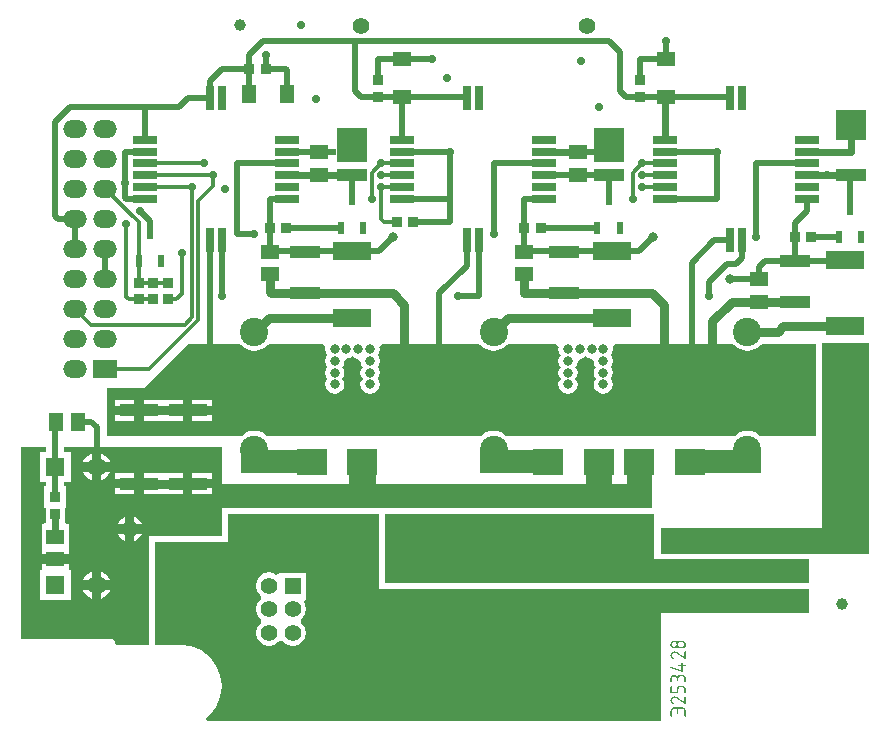
<source format=gtl>
G04 Layer_Physical_Order=1*
G04 Layer_Color=255*
%FSLAX44Y44*%
%MOMM*%
G71*
G01*
G75*
%ADD10R,1.5000X1.3000*%
%ADD11R,0.8500X0.8500*%
%ADD12R,0.6500X2.0000*%
%ADD13R,2.0000X0.6500*%
%ADD14C,1.0000*%
%ADD15R,2.5000X2.3000*%
%ADD16R,0.6000X1.0000*%
%ADD17R,0.8500X0.8500*%
%ADD18R,3.3000X1.0000*%
%ADD19R,1.6000X1.2000*%
%ADD20R,2.6000X1.1000*%
%ADD21R,1.2000X1.6000*%
%ADD22R,3.2000X1.6000*%
%ADD23R,1.3000X1.5000*%
%ADD24C,0.6000*%
%ADD25C,0.5000*%
%ADD26C,0.8000*%
%ADD27C,0.3000*%
%ADD28R,2.6000X2.6000*%
%ADD29R,2.6000X3.0000*%
%ADD30R,1.8000X0.6000*%
%ADD31R,1.5843X0.6000*%
%ADD32C,1.4000*%
%ADD33R,2.0000X1.5000*%
%ADD34O,2.0000X1.5000*%
%ADD35C,2.4000*%
%ADD36C,2.0000*%
%ADD37R,2.0000X2.0000*%
%ADD38C,1.6000*%
%ADD39R,1.6000X1.6000*%
%ADD40R,1.4000X1.4000*%
%ADD41C,0.7000*%
%ADD42C,0.8000*%
G36*
X183019Y215500D02*
X111000D01*
X111000Y224000D01*
X111000Y235000D01*
X135000Y235000D01*
X183019D01*
Y215500D01*
D02*
G37*
G36*
X382232D02*
X313500D01*
X313500Y224000D01*
X313500Y235000D01*
X337500Y235000D01*
X382232D01*
Y215500D01*
D02*
G37*
G36*
X551500Y235000D02*
X551500Y224000D01*
X551500Y215500D01*
X479481D01*
Y235000D01*
X527500D01*
X551500Y235000D01*
D02*
G37*
G36*
X94798Y206500D02*
X203000Y206500D01*
Y214000D01*
X225102D01*
Y206500D01*
X403000D01*
Y214000D01*
X425000D01*
Y206500D01*
X438000D01*
Y215000D01*
X459000D01*
Y206500D01*
X459000Y186000D01*
X94798Y186000D01*
Y162000D01*
X33000Y162000D01*
X33000Y70000D01*
X5098D01*
X4710Y71951D01*
X3605Y73605D01*
X1951Y74710D01*
X0Y75098D01*
X-74902D01*
Y237000D01*
X-53648D01*
Y233524D01*
X-59001D01*
Y207524D01*
X-53647D01*
Y204250D01*
X-55250D01*
Y185750D01*
X-54250D01*
Y172750D01*
X-56939Y172000D01*
X-57500D01*
Y151000D01*
Y146500D01*
X-46000D01*
X-34500D01*
Y151000D01*
Y172000D01*
X-35061D01*
X-37750Y172750D01*
Y185750D01*
X-36750D01*
Y204250D01*
X-38353D01*
Y207524D01*
X-33001D01*
Y233524D01*
X-38354D01*
Y237000D01*
X94798D01*
Y206500D01*
D02*
G37*
G36*
X461000Y142467D02*
X592000D01*
Y122000D01*
X233000D01*
Y181000D01*
X461000D01*
Y142467D01*
D02*
G37*
G36*
X227980Y117000D02*
X413000Y117000D01*
X592000Y117000D01*
X592000Y97000D01*
X467000D01*
Y5098D01*
X82370D01*
X81405Y7939D01*
X84606Y10394D01*
X90136Y17601D01*
X93612Y25994D01*
X94798Y35000D01*
X93612Y44006D01*
X90136Y52399D01*
X84606Y59606D01*
X77399Y65136D01*
X69006Y68612D01*
X60000Y69798D01*
Y69588D01*
X38000D01*
Y97000D01*
Y157000D01*
X100000D01*
Y181000D01*
X227980D01*
Y117000D01*
D02*
G37*
G36*
X484883Y73536D02*
X485151Y73512D01*
X485469Y73438D01*
X485835Y73316D01*
X486225Y73145D01*
X486616Y72901D01*
X486982Y72584D01*
X487031Y72535D01*
X487128Y72413D01*
X487275Y72218D01*
X487446Y71949D01*
X487641Y71608D01*
X487788Y71217D01*
X487885Y70753D01*
X487934Y70265D01*
Y70241D01*
Y70216D01*
Y70143D01*
X487910Y70045D01*
X487885Y69777D01*
X487812Y69460D01*
X487690Y69093D01*
X487543Y68703D01*
X487299Y68312D01*
X486982Y67946D01*
X486933Y67897D01*
X486811Y67800D01*
X486616Y67653D01*
X486323Y67483D01*
X486006Y67287D01*
X485591Y67141D01*
X485151Y67043D01*
X484663Y66994D01*
X483199D01*
X483077Y67019D01*
X482930Y67043D01*
X482784Y67067D01*
X482393Y67165D01*
X481978Y67312D01*
X481539Y67556D01*
X481319Y67702D01*
X481099Y67873D01*
X480904Y68093D01*
X480709Y68312D01*
X480684Y68288D01*
X480660Y68264D01*
X480538Y68117D01*
X480294Y67897D01*
X480001Y67653D01*
X479635Y67409D01*
X479171Y67190D01*
X478658Y67043D01*
X478366Y67019D01*
X478073Y66994D01*
X477951D01*
X477853Y67019D01*
X477584Y67043D01*
X477267Y67116D01*
X476901Y67238D01*
X476510Y67385D01*
X476120Y67629D01*
X475754Y67946D01*
X475705Y67995D01*
X475607Y68117D01*
X475436Y68312D01*
X475266Y68605D01*
X475095Y68923D01*
X474924Y69338D01*
X474826Y69777D01*
X474777Y70265D01*
Y70290D01*
Y70338D01*
Y70387D01*
X474802Y70485D01*
X474826Y70753D01*
X474899Y71071D01*
X475021Y71437D01*
X475192Y71827D01*
X475436Y72218D01*
X475754Y72584D01*
X475802Y72633D01*
X475925Y72730D01*
X476120Y72901D01*
X476388Y73072D01*
X476730Y73243D01*
X477121Y73414D01*
X477584Y73512D01*
X478073Y73560D01*
X478219D01*
X478341Y73536D01*
X478488Y73512D01*
X478634Y73487D01*
X479025Y73390D01*
X479440Y73243D01*
X479879Y72999D01*
X480099Y72853D01*
X480318Y72682D01*
X480513Y72486D01*
X480709Y72242D01*
X480733Y72291D01*
X480831Y72389D01*
X480977Y72560D01*
X481197Y72730D01*
X481441Y72950D01*
X481758Y73145D01*
X482100Y73316D01*
X482466Y73438D01*
X482491D01*
X482564Y73463D01*
X482735Y73487D01*
X482930Y73512D01*
X483247D01*
X483614Y73536D01*
X483833Y73560D01*
X484785D01*
X484883Y73536D01*
D02*
G37*
G36*
X643000Y147000D02*
X467000Y147000D01*
X467000Y169000D01*
X603000Y169000D01*
Y325596D01*
X643000D01*
X643000Y147000D01*
D02*
G37*
G36*
X484883Y35408D02*
X485151Y35384D01*
X485469Y35311D01*
X485835Y35189D01*
X486225Y35018D01*
X486616Y34774D01*
X486982Y34457D01*
X487031Y34408D01*
X487128Y34286D01*
X487275Y34066D01*
X487446Y33798D01*
X487641Y33456D01*
X487788Y33065D01*
X487885Y32626D01*
X487934Y32138D01*
Y29501D01*
Y29477D01*
Y29404D01*
X487910Y29306D01*
X487861Y29184D01*
X487763Y29062D01*
X487665Y28964D01*
X487495Y28891D01*
X487275Y28867D01*
X487177D01*
X487055Y28891D01*
X486933Y28940D01*
X486836Y29013D01*
X486713Y29135D01*
X486640Y29282D01*
X486616Y29501D01*
Y32138D01*
Y32187D01*
Y32284D01*
X486591Y32431D01*
X486543Y32626D01*
X486469Y32845D01*
X486372Y33065D01*
X486250Y33309D01*
X486054Y33529D01*
X486030Y33553D01*
X485957Y33627D01*
X485835Y33724D01*
X485664Y33822D01*
X485469Y33919D01*
X485225Y34017D01*
X484956Y34090D01*
X484663Y34115D01*
X483199D01*
X483052Y34090D01*
X482857Y34042D01*
X482662Y33968D01*
X482417Y33871D01*
X482173Y33724D01*
X481954Y33529D01*
X481929Y33505D01*
X481856Y33431D01*
X481758Y33309D01*
X481661Y33138D01*
X481563Y32943D01*
X481465Y32699D01*
X481392Y32431D01*
X481368Y32138D01*
Y29501D01*
Y29477D01*
Y29404D01*
X481343Y29306D01*
X481295Y29184D01*
X481197Y29062D01*
X481099Y28964D01*
X480928Y28891D01*
X480709Y28867D01*
X475339D01*
X475217Y28891D01*
X475095Y28940D01*
X474997Y29013D01*
X474875Y29135D01*
X474802Y29282D01*
X474777Y29501D01*
Y34115D01*
Y34139D01*
Y34213D01*
X474802Y34310D01*
X474851Y34432D01*
X474948Y34554D01*
X475046Y34652D01*
X475217Y34725D01*
X475436Y34750D01*
X475534D01*
X475656Y34725D01*
X475754Y34676D01*
X475876Y34603D01*
X475998Y34481D01*
X476071Y34334D01*
X476095Y34115D01*
Y30185D01*
X480050D01*
Y32138D01*
Y32162D01*
Y32211D01*
Y32260D01*
X480074Y32357D01*
X480099Y32626D01*
X480172Y32943D01*
X480294Y33309D01*
X480465Y33700D01*
X480709Y34090D01*
X481026Y34457D01*
X481075Y34505D01*
X481197Y34603D01*
X481417Y34774D01*
X481685Y34945D01*
X482027Y35116D01*
X482417Y35287D01*
X482857Y35384D01*
X483345Y35433D01*
X484785D01*
X484883Y35408D01*
D02*
G37*
G36*
X487495Y26206D02*
X487592Y26157D01*
X487714Y26060D01*
X487836Y25962D01*
X487910Y25791D01*
X487934Y25571D01*
Y20299D01*
Y20275D01*
Y20201D01*
X487910Y20079D01*
X487861Y19982D01*
X487788Y19860D01*
X487665Y19738D01*
X487519Y19664D01*
X487299Y19640D01*
X487251D01*
X487177Y19664D01*
X487031Y19689D01*
X486909Y19762D01*
X479171Y24571D01*
X479147Y24595D01*
X479073Y24620D01*
X478976Y24668D01*
X478829Y24742D01*
X478658Y24815D01*
X478488Y24864D01*
X478292Y24888D01*
X478073Y24913D01*
X477926D01*
X477780Y24888D01*
X477584Y24839D01*
X477389Y24766D01*
X477145Y24668D01*
X476901Y24522D01*
X476681Y24327D01*
X476657Y24302D01*
X476584Y24229D01*
X476486Y24107D01*
X476388Y23936D01*
X476291Y23741D01*
X476193Y23497D01*
X476120Y23228D01*
X476095Y22935D01*
Y22887D01*
X476120Y22740D01*
X476193Y22520D01*
X476291Y22252D01*
X476510Y21934D01*
X476632Y21764D01*
X476803Y21593D01*
X476974Y21422D01*
X477218Y21251D01*
X477462Y21056D01*
X477755Y20885D01*
X477780D01*
X477804Y20861D01*
X477902Y20738D01*
X478024Y20568D01*
X478048Y20446D01*
X478073Y20299D01*
Y20275D01*
Y20201D01*
X478048Y20079D01*
X477999Y19982D01*
X477902Y19860D01*
X477804Y19738D01*
X477633Y19664D01*
X477413Y19640D01*
X477316D01*
X477243Y19664D01*
X477145Y19713D01*
X477121Y19738D01*
X477047Y19762D01*
X476925Y19835D01*
X476779Y19933D01*
X476584Y20055D01*
X476388Y20201D01*
X476193Y20372D01*
X475949Y20568D01*
X475534Y21031D01*
X475314Y21300D01*
X475144Y21593D01*
X474997Y21886D01*
X474875Y22227D01*
X474802Y22569D01*
X474777Y22935D01*
Y22960D01*
Y23008D01*
Y23057D01*
X474802Y23155D01*
X474826Y23424D01*
X474899Y23741D01*
X475021Y24107D01*
X475192Y24497D01*
X475436Y24888D01*
X475754Y25254D01*
X475802Y25303D01*
X475925Y25401D01*
X476120Y25571D01*
X476388Y25742D01*
X476730Y25913D01*
X477121Y26084D01*
X477584Y26182D01*
X478073Y26231D01*
X478243D01*
X478414Y26206D01*
X478658Y26157D01*
X478951Y26084D01*
X479269Y25962D01*
X479610Y25816D01*
X479977Y25620D01*
X486616Y21495D01*
Y25571D01*
Y25596D01*
Y25669D01*
X486640Y25791D01*
X486689Y25913D01*
X486787Y26011D01*
X486884Y26133D01*
X487055Y26206D01*
X487275Y26231D01*
X487373D01*
X487495Y26206D01*
D02*
G37*
G36*
X484883Y17004D02*
X485151Y16979D01*
X485469Y16906D01*
X485835Y16784D01*
X486225Y16613D01*
X486616Y16369D01*
X486982Y16052D01*
X487031Y16003D01*
X487128Y15881D01*
X487275Y15686D01*
X487446Y15417D01*
X487641Y15076D01*
X487788Y14685D01*
X487885Y14221D01*
X487934Y13733D01*
Y9779D01*
Y9754D01*
Y9681D01*
X487910Y9559D01*
X487861Y9461D01*
X487763Y9339D01*
X487665Y9217D01*
X487495Y9144D01*
X487275Y9120D01*
X487177D01*
X487055Y9144D01*
X486933Y9193D01*
X486836Y9291D01*
X486713Y9388D01*
X486640Y9559D01*
X486616Y9779D01*
Y13733D01*
Y13782D01*
Y13879D01*
X486591Y14026D01*
X486543Y14221D01*
X486469Y14441D01*
X486372Y14661D01*
X486250Y14905D01*
X486054Y15124D01*
X486030Y15149D01*
X485957Y15222D01*
X485835Y15320D01*
X485664Y15417D01*
X485469Y15515D01*
X485225Y15612D01*
X484956Y15686D01*
X484663Y15710D01*
X481368D01*
Y12415D01*
Y12391D01*
Y12317D01*
X481343Y12195D01*
X481295Y12098D01*
X481197Y11976D01*
X481099Y11853D01*
X480928Y11780D01*
X480709Y11756D01*
X480611D01*
X480489Y11780D01*
X480367Y11829D01*
X480269Y11927D01*
X480147Y12024D01*
X480074Y12195D01*
X480050Y12415D01*
Y15710D01*
X477926D01*
X477780Y15686D01*
X477584Y15637D01*
X477389Y15564D01*
X477145Y15466D01*
X476901Y15320D01*
X476681Y15124D01*
X476657Y15100D01*
X476584Y15027D01*
X476486Y14905D01*
X476388Y14734D01*
X476291Y14539D01*
X476193Y14294D01*
X476120Y14026D01*
X476095Y13733D01*
Y9779D01*
Y9754D01*
Y9681D01*
X476071Y9559D01*
X476022Y9461D01*
X475925Y9339D01*
X475827Y9217D01*
X475656Y9144D01*
X475436Y9120D01*
X475339D01*
X475217Y9144D01*
X475095Y9193D01*
X474997Y9291D01*
X474875Y9388D01*
X474802Y9559D01*
X474777Y9779D01*
Y13733D01*
Y13757D01*
Y13806D01*
Y13855D01*
X474802Y13953D01*
X474826Y14221D01*
X474899Y14539D01*
X474997Y14905D01*
X475168Y15295D01*
X475412Y15686D01*
X475729Y16052D01*
X475778Y16101D01*
X475900Y16198D01*
X476095Y16369D01*
X476388Y16540D01*
X476730Y16711D01*
X477121Y16882D01*
X477560Y16979D01*
X478073Y17028D01*
X484785D01*
X484883Y17004D01*
D02*
G37*
G36*
Y44611D02*
X485151Y44586D01*
X485469Y44513D01*
X485835Y44391D01*
X486225Y44220D01*
X486616Y43976D01*
X486982Y43659D01*
X487031Y43610D01*
X487128Y43488D01*
X487275Y43268D01*
X487446Y43000D01*
X487641Y42658D01*
X487788Y42268D01*
X487885Y41828D01*
X487934Y41340D01*
Y38704D01*
Y38679D01*
Y38606D01*
X487910Y38484D01*
X487861Y38386D01*
X487763Y38264D01*
X487665Y38142D01*
X487495Y38069D01*
X487275Y38045D01*
X487177D01*
X487055Y38069D01*
X486933Y38118D01*
X486836Y38216D01*
X486713Y38313D01*
X486640Y38484D01*
X486616Y38704D01*
Y41340D01*
Y41389D01*
Y41487D01*
X486591Y41633D01*
X486543Y41828D01*
X486469Y42048D01*
X486372Y42268D01*
X486250Y42512D01*
X486054Y42731D01*
X486030Y42756D01*
X485957Y42829D01*
X485835Y42927D01*
X485664Y43024D01*
X485469Y43122D01*
X485225Y43219D01*
X484956Y43293D01*
X484663Y43317D01*
X483199D01*
X483052Y43293D01*
X482857Y43244D01*
X482662Y43171D01*
X482417Y43073D01*
X482173Y42927D01*
X481954Y42731D01*
X481929Y42707D01*
X481856Y42634D01*
X481758Y42512D01*
X481661Y42341D01*
X481563Y42146D01*
X481465Y41901D01*
X481392Y41633D01*
X481368Y41340D01*
Y40022D01*
Y39997D01*
Y39924D01*
X481343Y39802D01*
X481295Y39705D01*
X481197Y39583D01*
X481099Y39460D01*
X480928Y39387D01*
X480709Y39363D01*
X480611D01*
X480489Y39387D01*
X480367Y39436D01*
X480269Y39534D01*
X480147Y39631D01*
X480074Y39802D01*
X480050Y40022D01*
Y41340D01*
Y41389D01*
Y41487D01*
X480025Y41633D01*
X479977Y41828D01*
X479903Y42048D01*
X479806Y42268D01*
X479684Y42512D01*
X479488Y42731D01*
X479464Y42756D01*
X479391Y42829D01*
X479269Y42927D01*
X479098Y43024D01*
X478878Y43122D01*
X478634Y43219D01*
X478366Y43293D01*
X478073Y43317D01*
X477926D01*
X477780Y43293D01*
X477584Y43244D01*
X477389Y43171D01*
X477145Y43073D01*
X476901Y42927D01*
X476681Y42731D01*
X476657Y42707D01*
X476584Y42634D01*
X476486Y42512D01*
X476388Y42341D01*
X476291Y42146D01*
X476193Y41901D01*
X476120Y41633D01*
X476095Y41340D01*
Y38704D01*
Y38679D01*
Y38606D01*
X476071Y38484D01*
X476022Y38386D01*
X475925Y38264D01*
X475827Y38142D01*
X475656Y38069D01*
X475436Y38045D01*
X475339D01*
X475217Y38069D01*
X475095Y38118D01*
X474997Y38216D01*
X474875Y38313D01*
X474802Y38484D01*
X474777Y38704D01*
Y41340D01*
Y41364D01*
Y41413D01*
Y41462D01*
X474802Y41560D01*
X474826Y41828D01*
X474899Y42146D01*
X475021Y42512D01*
X475192Y42902D01*
X475436Y43293D01*
X475754Y43659D01*
X475802Y43708D01*
X475925Y43805D01*
X476144Y43976D01*
X476413Y44147D01*
X476754Y44318D01*
X477145Y44489D01*
X477584Y44586D01*
X478073Y44635D01*
X478243D01*
X478341Y44611D01*
X478488Y44586D01*
X478658Y44562D01*
X479025Y44464D01*
X479440Y44318D01*
X479879Y44074D01*
X480099Y43927D01*
X480318Y43756D01*
X480513Y43561D01*
X480709Y43317D01*
Y43342D01*
X480758Y43366D01*
X480880Y43512D01*
X481099Y43732D01*
X481417Y43976D01*
X481783Y44220D01*
X482247Y44440D01*
X482759Y44586D01*
X483052Y44611D01*
X483345Y44635D01*
X484785D01*
X484883Y44611D01*
D02*
G37*
G36*
X487495Y64334D02*
X487592Y64285D01*
X487714Y64187D01*
X487836Y64090D01*
X487910Y63919D01*
X487934Y63699D01*
Y58427D01*
Y58402D01*
Y58329D01*
X487910Y58207D01*
X487861Y58109D01*
X487788Y57987D01*
X487665Y57865D01*
X487519Y57792D01*
X487299Y57768D01*
X487251D01*
X487177Y57792D01*
X487031Y57816D01*
X486909Y57890D01*
X479171Y62698D01*
X479147Y62723D01*
X479073Y62747D01*
X478976Y62796D01*
X478829Y62869D01*
X478658Y62942D01*
X478488Y62991D01*
X478292Y63015D01*
X478073Y63040D01*
X477926D01*
X477780Y63015D01*
X477584Y62967D01*
X477389Y62894D01*
X477145Y62796D01*
X476901Y62649D01*
X476681Y62454D01*
X476657Y62430D01*
X476584Y62357D01*
X476486Y62234D01*
X476388Y62064D01*
X476291Y61868D01*
X476193Y61624D01*
X476120Y61356D01*
X476095Y61063D01*
Y61014D01*
X476120Y60868D01*
X476193Y60648D01*
X476291Y60379D01*
X476510Y60062D01*
X476632Y59891D01*
X476803Y59720D01*
X476974Y59549D01*
X477218Y59378D01*
X477462Y59183D01*
X477755Y59012D01*
X477780D01*
X477804Y58988D01*
X477902Y58866D01*
X478024Y58695D01*
X478048Y58573D01*
X478073Y58427D01*
Y58402D01*
Y58329D01*
X478048Y58207D01*
X477999Y58109D01*
X477902Y57987D01*
X477804Y57865D01*
X477633Y57792D01*
X477413Y57768D01*
X477316D01*
X477243Y57792D01*
X477145Y57841D01*
X477121Y57865D01*
X477047Y57890D01*
X476925Y57963D01*
X476779Y58060D01*
X476584Y58183D01*
X476388Y58329D01*
X476193Y58500D01*
X475949Y58695D01*
X475534Y59159D01*
X475314Y59427D01*
X475144Y59720D01*
X474997Y60013D01*
X474875Y60355D01*
X474802Y60697D01*
X474777Y61063D01*
Y61087D01*
Y61136D01*
Y61185D01*
X474802Y61283D01*
X474826Y61551D01*
X474899Y61868D01*
X475021Y62234D01*
X475192Y62625D01*
X475436Y63015D01*
X475754Y63382D01*
X475802Y63431D01*
X475925Y63528D01*
X476120Y63699D01*
X476388Y63870D01*
X476730Y64041D01*
X477121Y64212D01*
X477584Y64309D01*
X478073Y64358D01*
X478243D01*
X478414Y64334D01*
X478658Y64285D01*
X478951Y64212D01*
X479269Y64090D01*
X479610Y63943D01*
X479977Y63748D01*
X486616Y59623D01*
Y63699D01*
Y63723D01*
Y63797D01*
X486640Y63919D01*
X486689Y64041D01*
X486787Y64138D01*
X486884Y64260D01*
X487055Y64334D01*
X487275Y64358D01*
X487373D01*
X487495Y64334D01*
D02*
G37*
G36*
X110006Y325000D02*
X111089Y323589D01*
X114431Y321024D01*
X118323Y319412D01*
X122500Y318862D01*
X126677Y319412D01*
X130569Y321024D01*
X133911Y323589D01*
X134994Y325000D01*
X180629D01*
X182665Y322000D01*
X182343Y320385D01*
X182964Y317263D01*
X184219Y315385D01*
X182964Y313506D01*
X182343Y310385D01*
X182964Y307263D01*
X184219Y305385D01*
X182964Y303506D01*
X182343Y300385D01*
X182964Y297263D01*
X184219Y295385D01*
X182964Y293506D01*
X182343Y290385D01*
X182964Y287263D01*
X184732Y284617D01*
X187379Y282849D01*
X190500Y282228D01*
X193621Y282849D01*
X196268Y284617D01*
X198036Y287263D01*
X198657Y290385D01*
X198036Y293506D01*
X196781Y295385D01*
X198036Y297263D01*
X198657Y300385D01*
X198036Y303506D01*
X196781Y305385D01*
X198036Y307263D01*
X198657Y310385D01*
X201317Y312390D01*
X203621Y312849D01*
X205500Y314104D01*
X207379Y312849D01*
X210500Y312228D01*
X212506Y309568D01*
X212964Y307263D01*
X214219Y305385D01*
X212964Y303506D01*
X212343Y300385D01*
X212964Y297263D01*
X214219Y295385D01*
X212964Y293506D01*
X212343Y290385D01*
X212964Y287263D01*
X214732Y284617D01*
X217379Y282849D01*
X220500Y282228D01*
X223621Y282849D01*
X226268Y284617D01*
X228036Y287263D01*
X228657Y290385D01*
X228036Y293506D01*
X226780Y295385D01*
X228036Y297263D01*
X228657Y300385D01*
X228036Y303506D01*
X226780Y305385D01*
X228036Y307263D01*
X228657Y310385D01*
X228036Y313506D01*
X226780Y315385D01*
X228036Y317263D01*
X228657Y320385D01*
X228335Y322000D01*
X230371Y325000D01*
X312506Y325000D01*
X313589Y323589D01*
X316931Y321024D01*
X320823Y319412D01*
X325000Y318862D01*
X329177Y319412D01*
X333069Y321024D01*
X336411Y323589D01*
X337494Y325000D01*
X378129D01*
X380165Y322000D01*
X379843Y320385D01*
X380464Y317263D01*
X381719Y315385D01*
X380464Y313506D01*
X379843Y310385D01*
X380464Y307263D01*
X381719Y305385D01*
X380464Y303506D01*
X379843Y300385D01*
X380464Y297263D01*
X381719Y295385D01*
X380464Y293506D01*
X379843Y290385D01*
X380464Y287263D01*
X382232Y284617D01*
X384879Y282849D01*
X388000Y282228D01*
X391121Y282849D01*
X393768Y284617D01*
X395536Y287263D01*
X396157Y290385D01*
X395536Y293506D01*
X394281Y295385D01*
X395536Y297263D01*
X396157Y300385D01*
X395536Y303506D01*
X394281Y305385D01*
X395536Y307263D01*
X396157Y310385D01*
X398000Y312228D01*
X401121Y312849D01*
X403000Y314104D01*
X404879Y312849D01*
X408000Y312228D01*
X410006Y309568D01*
X410464Y307263D01*
X411719Y305385D01*
X410464Y303506D01*
X409843Y300385D01*
X410464Y297263D01*
X411719Y295385D01*
X410464Y293506D01*
X409843Y290385D01*
X410464Y287263D01*
X412232Y284617D01*
X414879Y282849D01*
X418000Y282228D01*
X421121Y282849D01*
X423768Y284617D01*
X425536Y287263D01*
X426157Y290385D01*
X425536Y293506D01*
X424281Y295385D01*
X425536Y297263D01*
X426157Y300385D01*
X425536Y303506D01*
X424281Y305385D01*
X425536Y307263D01*
X426157Y310385D01*
X425536Y313506D01*
X424281Y315385D01*
X425536Y317263D01*
X426157Y320385D01*
X425835Y322000D01*
X427871Y325000D01*
X527506D01*
X528589Y323589D01*
X531931Y321024D01*
X535823Y319412D01*
X540000Y318862D01*
X544177Y319412D01*
X548069Y321024D01*
X551411Y323589D01*
X552494Y325000D01*
X598000D01*
X598000Y247000D01*
X550644D01*
X548069Y248976D01*
X544177Y250588D01*
X540000Y251138D01*
X535823Y250588D01*
X531931Y248976D01*
X529356Y247000D01*
X335644Y247000D01*
X333069Y248976D01*
X329177Y250588D01*
X325000Y251138D01*
X320823Y250588D01*
X316931Y248976D01*
X314356Y247000D01*
X133144Y247000D01*
X130569Y248976D01*
X126677Y250588D01*
X122500Y251138D01*
X118323Y250588D01*
X114431Y248976D01*
X111856Y247000D01*
X-2000Y247000D01*
Y287263D01*
X29263Y287263D01*
X67000Y325000D01*
X110006D01*
D02*
G37*
G36*
X484858Y55107D02*
X484956Y55058D01*
X485078Y54960D01*
X485200Y54863D01*
X485273Y54692D01*
X485298Y54472D01*
Y53179D01*
X487373D01*
X487495Y53154D01*
X487592Y53105D01*
X487714Y53008D01*
X487836Y52910D01*
X487910Y52739D01*
X487934Y52519D01*
Y52495D01*
Y52422D01*
X487910Y52300D01*
X487861Y52202D01*
X487763Y52080D01*
X487665Y51958D01*
X487495Y51885D01*
X487275Y51860D01*
X485298D01*
Y47906D01*
Y47882D01*
Y47808D01*
X485273Y47686D01*
X485225Y47589D01*
X485151Y47467D01*
X485029Y47345D01*
X484883Y47271D01*
X484663Y47247D01*
X484590D01*
X484468Y47271D01*
X475266Y49908D01*
X475241D01*
X475192Y49932D01*
X475021Y50030D01*
X474924Y50127D01*
X474851Y50225D01*
X474802Y50371D01*
X474777Y50542D01*
Y50567D01*
Y50640D01*
X474802Y50762D01*
X474851Y50884D01*
X474948Y50982D01*
X475046Y51104D01*
X475217Y51177D01*
X475436Y51201D01*
X475485D01*
X475632Y51153D01*
X483980Y48760D01*
Y51860D01*
X481929D01*
X481807Y51885D01*
X481685Y51934D01*
X481588Y52031D01*
X481465Y52129D01*
X481392Y52300D01*
X481368Y52519D01*
Y52544D01*
Y52617D01*
X481392Y52739D01*
X481441Y52861D01*
X481539Y52959D01*
X481636Y53081D01*
X481807Y53154D01*
X482027Y53179D01*
X483980D01*
Y54472D01*
Y54497D01*
Y54570D01*
X484004Y54692D01*
X484053Y54814D01*
X484151Y54912D01*
X484248Y55034D01*
X484419Y55107D01*
X484639Y55131D01*
X484736D01*
X484858Y55107D01*
D02*
G37*
%LPC*%
G36*
X-15001Y131963D02*
X-15683Y131828D01*
X-19653Y129176D01*
X-22305Y125206D01*
X-22441Y124524D01*
X-15001D01*
Y131963D01*
D02*
G37*
G36*
X-7001D02*
Y124524D01*
X438D01*
X302Y125206D01*
X-2350Y129176D01*
X-6319Y131828D01*
X-7001Y131963D01*
D02*
G37*
G36*
X438Y116524D02*
X-7001D01*
Y109085D01*
X-6319Y109220D01*
X-2350Y111873D01*
X302Y115842D01*
X438Y116524D01*
D02*
G37*
G36*
X-15001D02*
X-22441D01*
X-22305Y115842D01*
X-19653Y111873D01*
X-15683Y109220D01*
X-15001Y109085D01*
Y116524D01*
D02*
G37*
G36*
X-34500Y138500D02*
X-46000D01*
X-57500D01*
Y133524D01*
X-59001D01*
Y107524D01*
X-33001D01*
Y133524D01*
X-34500D01*
Y138500D01*
D02*
G37*
G36*
X-15001Y231963D02*
X-15683Y231828D01*
X-19653Y229175D01*
X-22305Y225206D01*
X-22441Y224524D01*
X-15001D01*
Y231963D01*
D02*
G37*
G36*
X-7001D02*
Y224524D01*
X438D01*
X302Y225206D01*
X-2350Y229175D01*
X-6319Y231828D01*
X-7001Y231963D01*
D02*
G37*
G36*
X21000Y215500D02*
X4500D01*
Y210500D01*
X21000D01*
Y215500D01*
D02*
G37*
G36*
X70059D02*
Y210500D01*
X86559D01*
Y215500D01*
X70059D01*
D02*
G37*
G36*
X13000Y178420D02*
X12708Y178362D01*
X9069Y175931D01*
X6638Y172292D01*
X6580Y172000D01*
X13000D01*
Y178420D01*
D02*
G37*
G36*
X21000Y178420D02*
Y172000D01*
X27420D01*
X27362Y172292D01*
X24931Y175931D01*
X21292Y178362D01*
X21000Y178420D01*
D02*
G37*
G36*
X27420Y164000D02*
X21000D01*
Y157580D01*
X21292Y157638D01*
X24931Y160070D01*
X27362Y163708D01*
X27420Y164000D01*
D02*
G37*
G36*
X13000D02*
X6580D01*
X6638Y163708D01*
X9069Y160070D01*
X12708Y157638D01*
X13000Y157580D01*
Y164000D01*
D02*
G37*
G36*
X45559Y215500D02*
X42559Y215500D01*
X29000D01*
Y206500D01*
Y197500D01*
X42559D01*
X45500Y197500D01*
X48500Y197500D01*
X62059D01*
Y206500D01*
Y215500D01*
X48500D01*
X45559Y215500D01*
D02*
G37*
G36*
X-15001Y216524D02*
X-22441D01*
X-22305Y215842D01*
X-19653Y211873D01*
X-15683Y209220D01*
X-15001Y209085D01*
Y216524D01*
D02*
G37*
G36*
X438D02*
X-7001D01*
Y209085D01*
X-6319Y209220D01*
X-2350Y211873D01*
X302Y215842D01*
X438Y216524D01*
D02*
G37*
G36*
X21000Y202500D02*
X4500D01*
Y197500D01*
X21000D01*
Y202500D01*
D02*
G37*
G36*
X86559D02*
X70059D01*
Y197500D01*
X86559D01*
Y202500D01*
D02*
G37*
G36*
X135000Y131215D02*
X130708Y130362D01*
X127069Y127931D01*
X124638Y124292D01*
X123785Y120000D01*
X124638Y115708D01*
X127069Y112070D01*
X127922Y111500D01*
Y108500D01*
X127069Y107930D01*
X124638Y104292D01*
X123785Y100000D01*
X124638Y95708D01*
X127069Y92070D01*
X127922Y91500D01*
Y88500D01*
X127069Y87930D01*
X124638Y84292D01*
X123785Y80000D01*
X124638Y75708D01*
X127069Y72070D01*
X130708Y69638D01*
X135000Y68784D01*
X139292Y69638D01*
X142930Y72070D01*
X143500Y72922D01*
X146500D01*
X147070Y72070D01*
X150708Y69638D01*
X155000Y68784D01*
X159292Y69638D01*
X162931Y72070D01*
X165362Y75708D01*
X166215Y80000D01*
X165362Y84292D01*
X162931Y87930D01*
X162078Y88500D01*
Y91500D01*
X162931Y92070D01*
X165362Y95708D01*
X166215Y100000D01*
X165362Y104292D01*
X164220Y106000D01*
X165824Y109000D01*
X166000D01*
Y131000D01*
X144000D01*
Y130824D01*
X141000Y129221D01*
X139292Y130362D01*
X135000Y131215D01*
D02*
G37*
G36*
X484663Y72242D02*
X483199D01*
X483052Y72218D01*
X482857Y72169D01*
X482637Y72096D01*
X482417Y71998D01*
X482173Y71852D01*
X481954Y71656D01*
X481929Y71632D01*
X481856Y71559D01*
X481758Y71437D01*
X481661Y71266D01*
X481563Y71071D01*
X481465Y70827D01*
X481392Y70558D01*
X481368Y70265D01*
Y70241D01*
Y70119D01*
X481392Y69972D01*
X481441Y69777D01*
X481514Y69557D01*
X481612Y69338D01*
X481758Y69093D01*
X481954Y68874D01*
X481978Y68849D01*
X482051Y68776D01*
X482173Y68703D01*
X482344Y68605D01*
X482539Y68483D01*
X482784Y68410D01*
X483052Y68337D01*
X483345Y68312D01*
X484810D01*
X484956Y68337D01*
X485151Y68386D01*
X485371Y68459D01*
X485591Y68556D01*
X485835Y68678D01*
X486054Y68874D01*
X486079Y68898D01*
X486152Y68971D01*
X486225Y69093D01*
X486323Y69264D01*
X486445Y69460D01*
X486518Y69704D01*
X486591Y69972D01*
X486616Y70265D01*
Y70314D01*
Y70412D01*
X486591Y70558D01*
X486543Y70753D01*
X486469Y70973D01*
X486372Y71193D01*
X486250Y71437D01*
X486054Y71656D01*
X486030Y71681D01*
X485957Y71754D01*
X485835Y71852D01*
X485664Y71949D01*
X485469Y72047D01*
X485225Y72145D01*
X484956Y72218D01*
X484663Y72242D01*
D02*
G37*
G36*
X478073D02*
X477926D01*
X477780Y72218D01*
X477609Y72169D01*
X477389Y72096D01*
X477145Y71998D01*
X476925Y71852D01*
X476706Y71656D01*
X476681Y71632D01*
X476608Y71559D01*
X476510Y71437D01*
X476413Y71266D01*
X476315Y71071D01*
X476217Y70827D01*
X476144Y70558D01*
X476120Y70265D01*
Y70241D01*
Y70119D01*
X476144Y69972D01*
X476193Y69777D01*
X476266Y69557D01*
X476364Y69338D01*
X476486Y69093D01*
X476681Y68874D01*
X476706Y68849D01*
X476779Y68776D01*
X476901Y68703D01*
X477072Y68605D01*
X477267Y68483D01*
X477511Y68410D01*
X477780Y68337D01*
X478073Y68312D01*
X478219D01*
X478366Y68337D01*
X478561Y68386D01*
X478781Y68459D01*
X479025Y68556D01*
X479269Y68678D01*
X479488Y68874D01*
X479513Y68898D01*
X479586Y68971D01*
X479659Y69093D01*
X479757Y69264D01*
X479879Y69460D01*
X479952Y69704D01*
X480025Y69972D01*
X480050Y70265D01*
Y70314D01*
Y70412D01*
X480025Y70558D01*
X479977Y70753D01*
X479903Y70973D01*
X479806Y71193D01*
X479684Y71437D01*
X479488Y71656D01*
X479464Y71681D01*
X479391Y71754D01*
X479269Y71852D01*
X479098Y71949D01*
X478878Y72047D01*
X478634Y72145D01*
X478366Y72218D01*
X478073Y72242D01*
D02*
G37*
G36*
X45559Y277500D02*
X42559Y277500D01*
X29000D01*
Y268500D01*
Y259500D01*
X42559D01*
X45500Y259500D01*
X48500Y259500D01*
X62059D01*
Y268500D01*
Y277500D01*
X48500D01*
X45559Y277500D01*
D02*
G37*
G36*
X21000Y277500D02*
X4500D01*
Y272500D01*
X21000D01*
Y277500D01*
D02*
G37*
G36*
X70059D02*
Y272500D01*
X86559D01*
Y277500D01*
X70059D01*
D02*
G37*
G36*
X21000Y264500D02*
X4500D01*
Y259500D01*
X21000D01*
Y264500D01*
D02*
G37*
G36*
X86559D02*
X70059D01*
Y259500D01*
X86559D01*
Y264500D01*
D02*
G37*
%LPD*%
D10*
X-46000Y161500D02*
D03*
Y142500D02*
D03*
X396157Y487000D02*
D03*
Y468000D02*
D03*
X550000Y360500D02*
D03*
Y379500D02*
D03*
X351000Y383500D02*
D03*
Y402500D02*
D03*
X135500Y383500D02*
D03*
Y402500D02*
D03*
X177500Y487000D02*
D03*
Y468000D02*
D03*
D11*
X-46000Y195000D02*
D03*
Y181000D02*
D03*
X449000Y548000D02*
D03*
Y534000D02*
D03*
X227500Y548000D02*
D03*
Y534000D02*
D03*
X49500Y376500D02*
D03*
Y362500D02*
D03*
X24500Y376500D02*
D03*
Y362500D02*
D03*
X37000Y362500D02*
D03*
Y376500D02*
D03*
D12*
X525000Y532500D02*
D03*
X535000Y412500D02*
D03*
X525000D02*
D03*
X535000Y532500D02*
D03*
X312500D02*
D03*
X302500Y412500D02*
D03*
X312500D02*
D03*
X302500Y532500D02*
D03*
X85000Y532500D02*
D03*
X95000Y412500D02*
D03*
X85000D02*
D03*
X95000Y532500D02*
D03*
D13*
X470000Y497500D02*
D03*
Y487500D02*
D03*
Y477500D02*
D03*
Y467500D02*
D03*
Y457500D02*
D03*
Y447500D02*
D03*
X590000D02*
D03*
Y457500D02*
D03*
Y467500D02*
D03*
Y477500D02*
D03*
Y487500D02*
D03*
Y497500D02*
D03*
X367500D02*
D03*
Y487500D02*
D03*
Y477500D02*
D03*
Y467500D02*
D03*
Y457500D02*
D03*
Y447500D02*
D03*
X247500D02*
D03*
Y457500D02*
D03*
Y467500D02*
D03*
Y477500D02*
D03*
Y487500D02*
D03*
Y497500D02*
D03*
X30000Y497500D02*
D03*
Y487500D02*
D03*
Y477500D02*
D03*
Y467500D02*
D03*
Y457500D02*
D03*
Y447500D02*
D03*
X150000D02*
D03*
Y457500D02*
D03*
Y467500D02*
D03*
Y477500D02*
D03*
Y487500D02*
D03*
Y497500D02*
D03*
D14*
X110000Y595000D02*
D03*
X620000Y104292D02*
D03*
D15*
X371000Y225000D02*
D03*
X414000D02*
D03*
X491500D02*
D03*
X448500D02*
D03*
X171000D02*
D03*
X214000D02*
D03*
D16*
X627000Y439000D02*
D03*
X636500Y415000D02*
D03*
X617500D02*
D03*
X422500Y447000D02*
D03*
X432000Y423000D02*
D03*
X413000D02*
D03*
X205000Y447000D02*
D03*
X214500Y423000D02*
D03*
X195500D02*
D03*
X34000Y419000D02*
D03*
X43500Y395000D02*
D03*
X24500D02*
D03*
D17*
X580000Y415000D02*
D03*
X594000D02*
D03*
X351000Y423000D02*
D03*
X365000D02*
D03*
X135500D02*
D03*
X149500D02*
D03*
X132000Y557500D02*
D03*
X118000D02*
D03*
X243000Y427600D02*
D03*
X257000D02*
D03*
D18*
X66059Y206500D02*
D03*
Y268500D02*
D03*
X25000D02*
D03*
Y206500D02*
D03*
D19*
X471000Y566000D02*
D03*
Y534000D02*
D03*
X247500Y566000D02*
D03*
Y534000D02*
D03*
D20*
X580000Y360000D02*
D03*
Y395000D02*
D03*
X627500Y502500D02*
D03*
Y467500D02*
D03*
X385000Y367500D02*
D03*
Y402500D02*
D03*
X165000Y367500D02*
D03*
Y402500D02*
D03*
X422500Y502500D02*
D03*
Y467500D02*
D03*
X205000D02*
D03*
Y502500D02*
D03*
D21*
X150000Y536000D02*
D03*
X118000D02*
D03*
D22*
X622500Y395500D02*
D03*
Y339500D02*
D03*
X425000Y403000D02*
D03*
Y347000D02*
D03*
X205000Y403000D02*
D03*
Y347000D02*
D03*
D23*
X-26500Y259000D02*
D03*
X-45500D02*
D03*
D24*
X-46000Y161000D02*
Y181000D01*
X430096Y403000D02*
X431500Y401596D01*
X430000Y403096D02*
X430096Y403000D01*
X396157Y487000D02*
X397500D01*
X395657Y487500D02*
X396157Y487000D01*
X367500Y487500D02*
X395657D01*
X627500Y502500D02*
Y517000D01*
Y487500D02*
Y502500D01*
X592000Y487500D02*
X627500D01*
X607500Y467500D02*
X625000D01*
X590000D02*
X607500D01*
X202500Y470000D02*
X205000D01*
X150000Y467500D02*
X202500D01*
X413500Y482000D02*
Y487000D01*
X470500Y497500D02*
Y521000D01*
Y533548D01*
D25*
X-46000Y195000D02*
Y220523D01*
X205000Y403048D02*
X205048Y403000D01*
X135500Y402500D02*
Y423000D01*
X136000Y403000D02*
X205000D01*
X351000D02*
X425000D01*
X351000D02*
Y423000D01*
X430096Y403000D02*
X448000D01*
X425048D02*
X430096D01*
X351000Y423000D02*
Y441000D01*
X351000Y441000D02*
Y447500D01*
X367500D01*
X367500Y447500D01*
X149500Y423000D02*
X195500D01*
X135500Y447500D02*
X150000D01*
X135500Y423000D02*
Y447500D01*
X512000Y412500D02*
X525000D01*
X493000Y393500D02*
X512000Y412500D01*
X493000Y319000D02*
Y393500D01*
X312500Y412500D02*
X312500Y412500D01*
Y365000D02*
Y412500D01*
X471000Y534000D02*
X523500D01*
X301000D02*
X302500Y532500D01*
X247500Y534000D02*
X301000D01*
X590000Y437000D02*
Y447500D01*
X580000Y427000D02*
X590000Y437000D01*
X580000Y415000D02*
Y427000D01*
X547500Y477500D02*
X590000D01*
X470000Y447500D02*
X514000D01*
X470000Y487500D02*
X514000D01*
X247500Y566000D02*
X273000D01*
X247500Y566000D02*
X247500Y566000D01*
X246500Y566000D02*
X246500Y566000D01*
X227500Y566000D02*
X246500D01*
X247500Y497500D02*
Y534000D01*
X227500D02*
X247500D01*
X325000Y477500D02*
X367500D01*
X85000Y547000D02*
X95500Y557500D01*
X85000Y532500D02*
Y547000D01*
X85000Y532500D02*
X85000Y532500D01*
X66000Y532500D02*
X85000D01*
X58500Y525000D02*
X66000Y532500D01*
X-34000Y525000D02*
X58500D01*
X30000Y497500D02*
Y525000D01*
X-46000Y513000D02*
X-34000Y525000D01*
X30000Y497500D02*
X30500Y498000D01*
X150000Y447500D02*
X150000Y447500D01*
X138000Y477500D02*
X150000D01*
X177000Y487500D02*
X177500Y487000D01*
X150000Y487500D02*
X177000D01*
X107500Y417500D02*
X122500D01*
X107500D02*
Y477500D01*
X110000D01*
X107500D02*
X138000Y477500D01*
X95000Y365000D02*
Y412500D01*
X547500Y415000D02*
Y477500D01*
X205000Y447000D02*
Y470000D01*
X555000Y395000D02*
X580000D01*
X550000Y390000D02*
X555000Y395000D01*
X550000Y379500D02*
Y390000D01*
X594000Y415000D02*
X617500D01*
X367500Y467500D02*
X422500D01*
X422500Y467500D01*
Y447000D02*
Y467500D01*
X205000Y447000D02*
X205000Y447000D01*
X295000Y365000D02*
X312500D01*
X325000Y417500D02*
Y477500D01*
X228000Y403000D02*
X240000Y415000D01*
X205000Y403000D02*
X205048D01*
X228000D01*
X448000D02*
X460000Y415000D01*
X507500Y365500D02*
Y377500D01*
X522500Y392500D01*
X525500Y379500D02*
X550000D01*
X535000Y397500D02*
Y412500D01*
X530000Y392500D02*
X535000Y397500D01*
X522500Y392500D02*
X530000D01*
X627000Y439000D02*
Y465500D01*
X365000Y423000D02*
X413000D01*
X132000Y557500D02*
X149500D01*
X150000Y557000D01*
Y536000D02*
Y557000D01*
X227500Y548000D02*
Y566000D01*
X449000Y534000D02*
X470048D01*
X449000Y548000D02*
Y566000D01*
X471000D01*
X-43400Y430400D02*
X-29100D01*
X-46000Y433000D02*
X-43400Y430400D01*
X-46000Y433000D02*
Y513000D01*
X423000Y581000D02*
X432000Y572000D01*
X212500Y534000D02*
X227500D01*
X207500Y539000D02*
X212500Y534000D01*
X207500Y539000D02*
Y581000D01*
X130000Y581000D02*
X423000D01*
X432000Y539000D02*
Y572000D01*
Y539000D02*
X437000Y534000D01*
X449000D01*
X-29100Y405000D02*
Y430400D01*
X118000Y535000D02*
Y557500D01*
X247500Y487500D02*
X288500D01*
X13000Y448000D02*
X13500Y447500D01*
X30000D01*
X13000Y448000D02*
Y461000D01*
Y487000D01*
X13500Y487500D01*
X30000D01*
X288500Y447500D02*
Y487500D01*
X247500Y447500D02*
X288500D01*
X514000D02*
Y487500D01*
X471000Y566000D02*
Y581000D01*
X288500Y427500D02*
Y447500D01*
X257100Y427500D02*
X288500D01*
X-3700Y379600D02*
Y405000D01*
X85000Y312394D02*
Y412500D01*
X84606Y312000D02*
X85000Y312394D01*
X302500Y391000D02*
Y412500D01*
X279000Y367500D02*
X302500Y391000D01*
X279000Y316000D02*
Y367500D01*
X580000Y395000D02*
X622000D01*
X580000D02*
Y415000D01*
X34000Y419000D02*
Y429000D01*
X26000Y437000D02*
X34000Y429000D01*
X-26500Y259000D02*
X-16000D01*
X-11001Y254001D01*
Y220524D02*
Y254001D01*
X-46001Y220524D02*
Y258499D01*
X132000Y557500D02*
Y569000D01*
X118000Y557500D02*
Y569000D01*
X130000Y581000D01*
X95500Y557500D02*
X118000D01*
X470500Y521000D02*
X471000Y520500D01*
D26*
X469000Y315000D02*
Y358000D01*
X459500Y367500D02*
X469000Y358000D01*
X385000Y367500D02*
X459500D01*
X351000D02*
Y383500D01*
Y367500D02*
X385000D01*
X135500Y368500D02*
Y383500D01*
Y368500D02*
X136500Y367500D01*
X165000D01*
X550000Y360500D02*
X579500D01*
X25000Y268500D02*
X66059D01*
X25000Y206500D02*
X66059D01*
X134500Y347000D02*
X205000D01*
X122500Y335000D02*
X134500Y347000D01*
X337000D02*
X425000D01*
X325000Y335000D02*
X337000Y347000D01*
X570500Y339500D02*
X622500D01*
X566000Y335000D02*
X570500Y339500D01*
X540000Y335000D02*
X566000D01*
X165000Y367500D02*
X239500D01*
X249000Y358000D01*
Y315000D02*
Y358000D01*
X526500Y360500D02*
X550000D01*
X510000Y344000D02*
X526500Y360500D01*
X510000Y322000D02*
Y344000D01*
D27*
X79452Y477500D02*
X80000Y478048D01*
X30000Y477500D02*
X79452D01*
X222000Y469500D02*
X230000Y477500D01*
X222000Y447000D02*
Y469500D01*
X230000Y457500D02*
X247500D01*
X451000Y477500D02*
X470000D01*
X230000Y477500D02*
X247500D01*
X451000Y457500D02*
X470000D01*
X443000Y447000D02*
Y469500D01*
X451000Y477500D01*
X24500Y376500D02*
X49500D01*
X63500Y341000D02*
X70000Y347500D01*
X49500Y362500D02*
X56500D01*
X61000Y367000D01*
Y402000D01*
X24500Y395000D02*
Y427600D01*
X24500Y376500D02*
Y422600D01*
X-3700Y455800D02*
X24500Y427600D01*
X24500Y362500D02*
X37000D01*
X-15900Y341000D02*
X63500D01*
X230000Y467500D02*
X247500D01*
X230000Y430100D02*
Y457500D01*
Y430100D02*
X232500Y427600D01*
X243000D01*
X-29100Y354200D02*
X-15900Y341000D01*
X75000Y446000D02*
X87500Y458500D01*
Y467500D01*
X30000D02*
X87500D01*
X70000Y347500D02*
Y457441D01*
X30000Y457500D02*
X70059D01*
X-3700Y303400D02*
X33400D01*
X75000Y345000D01*
Y446000D01*
X16000Y362500D02*
X24500D01*
X14000Y364500D02*
X16000Y362500D01*
X14000Y364500D02*
Y426000D01*
X451000Y467500D02*
X470000D01*
D28*
X627500Y510000D02*
D03*
D29*
X422500Y493000D02*
D03*
X205000D02*
D03*
D30*
X183000Y487000D02*
D03*
D31*
X404078D02*
D03*
D32*
X213000Y594000D02*
D03*
X404000D02*
D03*
X17000Y168000D02*
D03*
X135000Y80000D02*
D03*
X155000D02*
D03*
X135000Y100000D02*
D03*
X155000D02*
D03*
X135000Y120000D02*
D03*
D33*
X-3700Y303400D02*
D03*
D34*
X-29100D02*
D03*
X-3700Y328800D02*
D03*
X-29100D02*
D03*
X-3700Y354200D02*
D03*
X-29100D02*
D03*
X-3700Y379600D02*
D03*
X-29100D02*
D03*
X-3700Y405000D02*
D03*
X-29100D02*
D03*
X-3700Y430400D02*
D03*
X-29100D02*
D03*
Y481200D02*
D03*
X-3700D02*
D03*
X-29100Y455800D02*
D03*
X-3700D02*
D03*
Y506600D02*
D03*
X-29100D02*
D03*
D35*
X540000Y235000D02*
D03*
Y335000D02*
D03*
X325000D02*
D03*
Y235000D02*
D03*
X122500D02*
D03*
Y335000D02*
D03*
D36*
X516000Y132400D02*
D03*
X566000D02*
D03*
X516000Y107000D02*
D03*
X566000Y157800D02*
D03*
X516000D02*
D03*
D37*
X566000Y107000D02*
D03*
D38*
X-11001Y120524D02*
D03*
Y220524D02*
D03*
D39*
X-46001Y120524D02*
D03*
Y220524D02*
D03*
D40*
X155000Y120000D02*
D03*
D41*
X273000Y566000D02*
D03*
X80000Y478048D02*
D03*
X607500Y467500D02*
D03*
X618500Y517000D02*
D03*
X627500D02*
D03*
X636500D02*
D03*
X507500Y365500D02*
D03*
X122500Y417500D02*
D03*
X547500Y415000D02*
D03*
X87500Y467500D02*
D03*
X95000Y365000D02*
D03*
X222000Y447000D02*
D03*
X230000Y457500D02*
D03*
X451000Y477500D02*
D03*
X230000Y477500D02*
D03*
X25000Y227500D02*
D03*
X12500Y252500D02*
D03*
X295000Y365000D02*
D03*
X325000Y417500D02*
D03*
X443000Y447000D02*
D03*
X61000Y402000D02*
D03*
X431500Y482000D02*
D03*
X413500D02*
D03*
X422500D02*
D03*
X288500Y487500D02*
D03*
X13000Y461000D02*
D03*
X514000Y487500D02*
D03*
X471000Y581000D02*
D03*
X230000Y467500D02*
D03*
X97300Y455500D02*
D03*
X214000Y482000D02*
D03*
X205000D02*
D03*
X70059Y457500D02*
D03*
X285500Y550000D02*
D03*
X175000Y532000D02*
D03*
X162000Y595000D02*
D03*
X399000Y564000D02*
D03*
X414500Y525500D02*
D03*
X14000Y426000D02*
D03*
X26000Y437000D02*
D03*
X132000Y569000D02*
D03*
X451000Y467500D02*
D03*
Y457500D02*
D03*
X196000Y482000D02*
D03*
D42*
X608000Y320385D02*
D03*
X108000Y307885D02*
D03*
Y297885D02*
D03*
X118000Y307885D02*
D03*
Y297885D02*
D03*
X128000Y307885D02*
D03*
Y297885D02*
D03*
X138000Y307885D02*
D03*
X190500Y300385D02*
D03*
X220500D02*
D03*
X305500Y307885D02*
D03*
Y297885D02*
D03*
X315500Y307885D02*
D03*
Y297885D02*
D03*
X325500Y307885D02*
D03*
Y297885D02*
D03*
X335500Y307885D02*
D03*
X220500Y290385D02*
D03*
X268000Y175000D02*
D03*
X280000D02*
D03*
X292000D02*
D03*
X244000D02*
D03*
X256000D02*
D03*
X280000Y164582D02*
D03*
X292000D02*
D03*
X244000D02*
D03*
X256000D02*
D03*
X268000D02*
D03*
Y154164D02*
D03*
X256000D02*
D03*
X244000D02*
D03*
X292000D02*
D03*
X280000D02*
D03*
X268000Y143746D02*
D03*
X256000D02*
D03*
X244000D02*
D03*
X292000D02*
D03*
X280000D02*
D03*
X46000Y150000D02*
D03*
X70000D02*
D03*
X94000D02*
D03*
X82000D02*
D03*
X58000D02*
D03*
X70000Y139582D02*
D03*
X58000D02*
D03*
X46000D02*
D03*
X94000D02*
D03*
X82000D02*
D03*
X70000Y129164D02*
D03*
X58000D02*
D03*
X46000D02*
D03*
X94000D02*
D03*
X82000D02*
D03*
X70000Y118746D02*
D03*
X58000D02*
D03*
X46000D02*
D03*
X94000D02*
D03*
X82000D02*
D03*
X548000Y287885D02*
D03*
X538000D02*
D03*
X528000D02*
D03*
X518000D02*
D03*
X548000Y297885D02*
D03*
X538000D02*
D03*
X528000D02*
D03*
X518000D02*
D03*
X548000Y307885D02*
D03*
X538000D02*
D03*
X528000D02*
D03*
X518000D02*
D03*
X210500Y320385D02*
D03*
X335500Y287885D02*
D03*
X325500D02*
D03*
X315500D02*
D03*
X305500D02*
D03*
X335500Y297885D02*
D03*
X138000Y287885D02*
D03*
X128000D02*
D03*
X118000D02*
D03*
X108000D02*
D03*
X138000Y297885D02*
D03*
X608000Y290385D02*
D03*
X638000D02*
D03*
Y310385D02*
D03*
Y320385D02*
D03*
X388000Y310385D02*
D03*
Y300385D02*
D03*
Y290385D02*
D03*
X418000D02*
D03*
Y300385D02*
D03*
Y310385D02*
D03*
X388000Y320385D02*
D03*
X398000D02*
D03*
X408000D02*
D03*
X418000D02*
D03*
X220500D02*
D03*
X200500D02*
D03*
X190500D02*
D03*
X220500Y310385D02*
D03*
X190500Y290385D02*
D03*
Y310385D02*
D03*
X240000Y415000D02*
D03*
X460000D02*
D03*
X525500Y379500D02*
D03*
X618000Y320385D02*
D03*
X628000D02*
D03*
X638000Y300385D02*
D03*
X608000Y310385D02*
D03*
Y300385D02*
D03*
M02*

</source>
